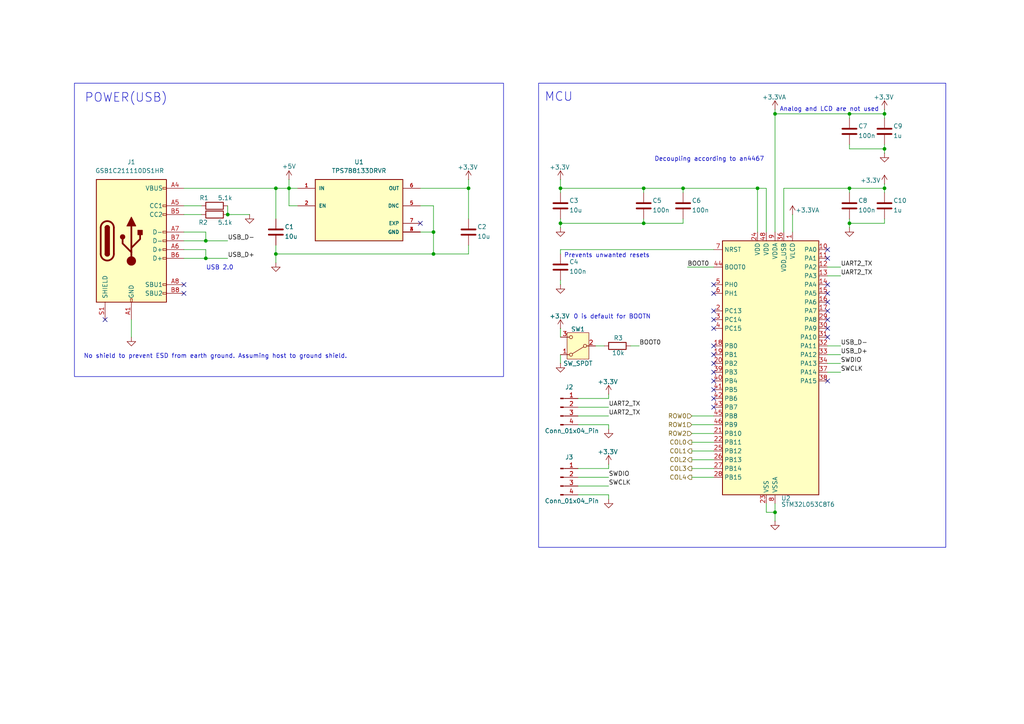
<source format=kicad_sch>
(kicad_sch (version 20231120) (generator "eeschema") (generator_version "8.0")
  (paper "A4")
  (lib_symbols
    (symbol "Connector:Conn_01x04_Pin" (pin_names (offset 1.016) hide)
      (property "Reference" "J" (at 0 5.08 0))
      (property "Value" "Conn_01x04_Pin" (at 0 -7.62 0))
      (symbol "Conn_01x04_Pin_1_1"
        (polyline (pts (xy 1.27 -5.08) (xy 0.8636 -5.08)) (stroke (width 0.1524)))
        (polyline (pts (xy 1.27 -2.54) (xy 0.8636 -2.54)) (stroke (width 0.1524)))
        (polyline (pts (xy 1.27 0) (xy 0.8636 0)) (stroke (width 0.1524)))
        (polyline (pts (xy 1.27 2.54) (xy 0.8636 2.54)) (stroke (width 0.1524)))
        (rectangle (start 0.8636 -4.953) (end 0 -5.207) (stroke (width 0.1524)) (fill (type outline)))
        (rectangle (start 0.8636 -2.413) (end 0 -2.667) (stroke (width 0.1524)) (fill (type outline)))
        (rectangle (start 0.8636 0.127) (end 0 -0.127) (stroke (width 0.1524)) (fill (type outline)))
        (rectangle (start 0.8636 2.667) (end 0 2.413) (stroke (width 0.1524)) (fill (type outline)))
        (pin passive line (at 5.08 2.54 180) (length 3.81) (name "Pin_1") (number "1"))
        (pin passive line (at 5.08 0 180) (length 3.81) (name "Pin_2") (number "2"))
        (pin passive line (at 5.08 -2.54 180) (length 3.81) (name "Pin_3") (number "3"))
        (pin passive line (at 5.08 -5.08 180) (length 3.81) (name "Pin_4") (number "4"))
      )
    )
    (symbol "Connector:USB_C_Receptacle_USB2.0_16P" (pin_names (offset 1.016))
      (property "Reference" "J" (at 0 22.225 0))
      (property "Value" "USB_C_Receptacle_USB2.0_16P" (at 0 19.685 0))
      (symbol "USB_C_Receptacle_USB2.0_16P_0_0"
        (rectangle (start -0.254 -17.78) (end 0.254 -16.764))
        (rectangle (start 10.16 -14.986) (end 9.144 -15.494))
        (rectangle (start 10.16 -12.446) (end 9.144 -12.954))
        (rectangle (start 10.16 -4.826) (end 9.144 -5.334))
        (rectangle (start 10.16 -2.286) (end 9.144 -2.794))
        (rectangle (start 10.16 0.254) (end 9.144 -0.254))
        (rectangle (start 10.16 2.794) (end 9.144 2.286))
        (rectangle (start 10.16 7.874) (end 9.144 7.366))
        (rectangle (start 10.16 10.414) (end 9.144 9.906))
        (rectangle (start 10.16 15.494) (end 9.144 14.986))
      )
      (symbol "USB_C_Receptacle_USB2.0_16P_0_1"
        (rectangle (start -10.16 17.78) (end 10.16 -17.78) (stroke (width 0.254)) (fill (type background)))
        (arc (start -8.89 -3.81) (mid -6.985 -5.7067) (end -5.08 -3.81) (stroke (width 0.508)))
        (arc (start -7.62 -3.81) (mid -6.985 -4.4423) (end -6.35 -3.81) (stroke (width 0.254)))
        (arc (start -7.62 -3.81) (mid -6.985 -4.4423) (end -6.35 -3.81) (stroke (width 0.254)) (fill (type outline)))
        (rectangle (start -7.62 -3.81) (end -6.35 3.81) (stroke (width 0.254)) (fill (type outline)))
        (arc (start -6.35 3.81) (mid -6.985 4.4423) (end -7.62 3.81) (stroke (width 0.254)))
        (arc (start -6.35 3.81) (mid -6.985 4.4423) (end -7.62 3.81) (stroke (width 0.254)) (fill (type outline)))
        (arc (start -5.08 3.81) (mid -6.985 5.7067) (end -8.89 3.81) (stroke (width 0.508)))
        (circle (center -2.54 1.143) (radius 0.635) (stroke (width 0.254)) (fill (type outline)))
        (circle (center 0 -5.842) (radius 1.27) (fill (type outline)))
        (polyline (pts (xy -8.89 -3.81) (xy -8.89 3.81)) (stroke (width 0.508)))
        (polyline (pts (xy -5.08 3.81) (xy -5.08 -3.81)) (stroke (width 0.508)))
        (polyline (pts (xy 0 -5.842) (xy 0 4.318)) (stroke (width 0.508)))
        (polyline (pts (xy 0 -3.302) (xy -2.54 -0.762) (xy -2.54 0.508)) (stroke (width 0.508)))
        (polyline (pts (xy 0 -2.032) (xy 2.54 0.508) (xy 2.54 1.778)) (stroke (width 0.508)))
        (polyline (pts (xy -1.27 4.318) (xy 0 6.858) (xy 1.27 4.318) (xy -1.27 4.318)) (stroke (width 0.254)) (fill (type outline)))
        (rectangle (start 1.905 1.778) (end 3.175 3.048) (stroke (width 0.254)) (fill (type outline)))
      )
      (symbol "USB_C_Receptacle_USB2.0_16P_1_1"
        (pin passive line (at 0 -22.86 90) (length 5.08) (name "GND") (number "A1"))
        (pin passive line (at 0 -22.86 90) (length 5.08) hide (name "GND") (number "A12"))
        (pin passive line (at 15.24 15.24 180) (length 5.08) (name "VBUS") (number "A4"))
        (pin bidirectional line (at 15.24 10.16 180) (length 5.08) (name "CC1") (number "A5"))
        (pin bidirectional line (at 15.24 -2.54 180) (length 5.08) (name "D+") (number "A6"))
        (pin bidirectional line (at 15.24 2.54 180) (length 5.08) (name "D-") (number "A7"))
        (pin bidirectional line (at 15.24 -12.7 180) (length 5.08) (name "SBU1") (number "A8"))
        (pin passive line (at 15.24 15.24 180) (length 5.08) hide (name "VBUS") (number "A9"))
        (pin passive line (at 0 -22.86 90) (length 5.08) hide (name "GND") (number "B1"))
        (pin passive line (at 0 -22.86 90) (length 5.08) hide (name "GND") (number "B12"))
        (pin passive line (at 15.24 15.24 180) (length 5.08) hide (name "VBUS") (number "B4"))
        (pin bidirectional line (at 15.24 7.62 180) (length 5.08) (name "CC2") (number "B5"))
        (pin bidirectional line (at 15.24 -5.08 180) (length 5.08) (name "D+") (number "B6"))
        (pin bidirectional line (at 15.24 0 180) (length 5.08) (name "D-") (number "B7"))
        (pin bidirectional line (at 15.24 -15.24 180) (length 5.08) (name "SBU2") (number "B8"))
        (pin passive line (at 15.24 15.24 180) (length 5.08) hide (name "VBUS") (number "B9"))
        (pin passive line (at -7.62 -22.86 90) (length 5.08) (name "SHIELD") (number "S1"))
      )
    )
    (symbol "Device:C" (pin_numbers hide) (pin_names (offset 0.254))
      (property "Reference" "C" (at 0.635 2.54 0))
      (property "Value" "C" (at 0.635 -2.54 0))
      (symbol "C_0_1"
        (polyline (pts (xy -2.032 -0.762) (xy 2.032 -0.762)) (stroke (width 0.508)))
        (polyline (pts (xy -2.032 0.762) (xy 2.032 0.762)) (stroke (width 0.508)))
      )
      (symbol "C_1_1"
        (pin passive line (at 0 3.81 270) (length 2.794) (name "~") (number "1"))
        (pin passive line (at 0 -3.81 90) (length 2.794) (name "~") (number "2"))
      )
    )
    (symbol "Device:R" (pin_numbers hide) (pin_names (offset 0))
      (property "Reference" "R" (at 2.032 0 90))
      (property "Value" "R" (at 0 0 90))
      (symbol "R_0_1"
        (rectangle (start -1.016 -2.54) (end 1.016 2.54) (stroke (width 0.254)))
      )
      (symbol "R_1_1"
        (pin passive line (at 0 3.81 270) (length 1.27) (name "~") (number "1"))
        (pin passive line (at 0 -3.81 90) (length 1.27) (name "~") (number "2"))
      )
    )
    (symbol "MCU_ST_STM32L0:STM32L053C8Tx"
      (property "Reference" "U" (at -12.7 39.37 0))
      (property "Value" "STM32L053C8Tx" (at 10.16 39.37 0))
      (symbol "STM32L053C8Tx_0_1"
        (rectangle (start -12.7 -35.56) (end 15.24 38.1) (stroke (width 0.254)) (fill (type background)))
      )
      (symbol "STM32L053C8Tx_1_1"
        (pin power_in line (at 7.62 40.64 270) (length 2.54) (name "VLCD") (number "1"))
        (pin bidirectional line (at 17.78 35.56 180) (length 2.54) (name "PA0") (number "10"))
        (pin bidirectional line (at 17.78 33.02 180) (length 2.54) (name "PA1") (number "11"))
        (pin bidirectional line (at 17.78 30.48 180) (length 2.54) (name "PA2") (number "12"))
        (pin bidirectional line (at 17.78 27.94 180) (length 2.54) (name "PA3") (number "13"))
        (pin bidirectional line (at 17.78 25.4 180) (length 2.54) (name "PA4") (number "14"))
        (pin bidirectional line (at 17.78 22.86 180) (length 2.54) (name "PA5") (number "15"))
        (pin bidirectional line (at 17.78 20.32 180) (length 2.54) (name "PA6") (number "16"))
        (pin bidirectional line (at 17.78 17.78 180) (length 2.54) (name "PA7") (number "17"))
        (pin bidirectional line (at -15.24 7.62 0) (length 2.54) (name "PB0") (number "18"))
        (pin bidirectional line (at -15.24 5.08 0) (length 2.54) (name "PB1") (number "19"))
        (pin bidirectional line (at -15.24 17.78 0) (length 2.54) (name "PC13") (number "2"))
        (pin bidirectional line (at -15.24 2.54 0) (length 2.54) (name "PB2") (number "20"))
        (pin bidirectional line (at -15.24 -17.78 0) (length 2.54) (name "PB10") (number "21"))
        (pin bidirectional line (at -15.24 -20.32 0) (length 2.54) (name "PB11") (number "22"))
        (pin power_in line (at 0 -38.1 90) (length 2.54) (name "VSS") (number "23"))
        (pin power_in line (at -2.54 40.64 270) (length 2.54) (name "VDD") (number "24"))
        (pin bidirectional line (at -15.24 -22.86 0) (length 2.54) (name "PB12") (number "25"))
        (pin bidirectional line (at -15.24 -25.4 0) (length 2.54) (name "PB13") (number "26"))
        (pin bidirectional line (at -15.24 -27.94 0) (length 2.54) (name "PB14") (number "27"))
        (pin bidirectional line (at -15.24 -30.48 0) (length 2.54) (name "PB15") (number "28"))
        (pin bidirectional line (at 17.78 15.24 180) (length 2.54) (name "PA8") (number "29"))
        (pin bidirectional line (at -15.24 15.24 0) (length 2.54) (name "PC14") (number "3"))
        (pin bidirectional line (at 17.78 12.7 180) (length 2.54) (name "PA9") (number "30"))
        (pin bidirectional line (at 17.78 10.16 180) (length 2.54) (name "PA10") (number "31"))
        (pin bidirectional line (at 17.78 7.62 180) (length 2.54) (name "PA11") (number "32"))
        (pin bidirectional line (at 17.78 5.08 180) (length 2.54) (name "PA12") (number "33"))
        (pin bidirectional line (at 17.78 2.54 180) (length 2.54) (name "PA13") (number "34"))
        (pin passive line (at 0 -38.1 90) (length 2.54) hide (name "VSS") (number "35"))
        (pin power_in line (at 5.08 40.64 270) (length 2.54) (name "VDD_USB") (number "36"))
        (pin bidirectional line (at 17.78 0 180) (length 2.54) (name "PA14") (number "37"))
        (pin bidirectional line (at 17.78 -2.54 180) (length 2.54) (name "PA15") (number "38"))
        (pin bidirectional line (at -15.24 0 0) (length 2.54) (name "PB3") (number "39"))
        (pin bidirectional line (at -15.24 12.7 0) (length 2.54) (name "PC15") (number "4"))
        (pin bidirectional line (at -15.24 -2.54 0) (length 2.54) (name "PB4") (number "40"))
        (pin bidirectional line (at -15.24 -5.08 0) (length 2.54) (name "PB5") (number "41"))
        (pin bidirectional line (at -15.24 -7.62 0) (length 2.54) (name "PB6") (number "42"))
        (pin bidirectional line (at -15.24 -10.16 0) (length 2.54) (name "PB7") (number "43"))
        (pin input line (at -15.24 30.48 0) (length 2.54) (name "BOOT0") (number "44"))
        (pin bidirectional line (at -15.24 -12.7 0) (length 2.54) (name "PB8") (number "45"))
        (pin bidirectional line (at -15.24 -15.24 0) (length 2.54) (name "PB9") (number "46"))
        (pin passive line (at 0 -38.1 90) (length 2.54) hide (name "VSS") (number "47"))
        (pin power_in line (at 0 40.64 270) (length 2.54) (name "VDD") (number "48"))
        (pin bidirectional line (at -15.24 25.4 0) (length 2.54) (name "PH0") (number "5"))
        (pin bidirectional line (at -15.24 22.86 0) (length 2.54) (name "PH1") (number "6"))
        (pin input line (at -15.24 35.56 0) (length 2.54) (name "NRST") (number "7"))
        (pin power_in line (at 2.54 -38.1 90) (length 2.54) (name "VSSA") (number "8"))
        (pin power_in line (at 2.54 40.64 270) (length 2.54) (name "VDDA") (number "9"))
      )
    )
    (symbol "Switch:SW_SPDT" (pin_names (offset 0) hide)
      (property "Reference" "SW" (at 0 5.08 0))
      (property "Value" "SW_SPDT" (at 0 -5.08 0))
      (symbol "SW_SPDT_0_1"
        (circle (center -2.032 0) (radius 0.4572))
        (polyline (pts (xy -1.651 0.254) (xy 1.651 2.286)))
        (circle (center 2.032 -2.54) (radius 0.4572))
        (circle (center 2.032 2.54) (radius 0.4572))
      )
      (symbol "SW_SPDT_1_1"
        (rectangle (start -3.175 3.81) (end 3.175 -3.81) (fill (type background)))
        (pin passive line (at 5.08 2.54 180) (length 2.54) (name "A") (number "1"))
        (pin passive line (at -5.08 0 0) (length 2.54) (name "B") (number "2"))
        (pin passive line (at 5.08 -2.54 180) (length 2.54) (name "C") (number "3"))
      )
    )
    (symbol "TPS7B8133DRVR:TPS7B8133DRVR" (pin_names (offset 1.016))
      (property "Reference" "U" (at -12.7 8.62 0))
      (property "Value" "TPS7B8133DRVR" (at -12.7 -12.7 0))
      (symbol "TPS7B8133DRVR_0_0"
        (rectangle (start -12.7 -10.16) (end 12.7 7.62) (stroke (width 0.254)) (fill (type background)))
        (pin input line (at -17.78 5.08 0) (length 5.08) (name "IN") (number "1"))
        (pin input line (at -17.78 0 0) (length 5.08) (name "EN") (number "2"))
        (pin power_in line (at 17.78 -7.62 180) (length 5.08) (name "GND") (number "3"))
        (pin power_in line (at 17.78 -7.62 180) (length 5.08) (name "GND") (number "4"))
        (pin passive line (at 17.78 0 180) (length 5.08) (name "DNC") (number "5"))
        (pin output line (at 17.78 5.08 180) (length 5.08) (name "OUT") (number "6"))
        (pin power_in line (at 17.78 -5.08 180) (length 5.08) (name "EXP") (number "7"))
      )
    )
    (symbol "power:+3.3V" (power) (pin_numbers hide) (pin_names (offset 0) hide)
      (property "Value" "+3.3V" (at 0 3.556 0))
      (symbol "+3.3V_0_1"
        (polyline (pts (xy -0.762 1.27) (xy 0 2.54)))
        (polyline (pts (xy 0 0) (xy 0 2.54)))
        (polyline (pts (xy 0 2.54) (xy 0.762 1.27)))
      )
      (symbol "+3.3V_1_1"
        (pin power_in line (at 0 0 90) (length 0) (name "~") (number "1"))
      )
    )
    (symbol "power:+3.3VA" (power) (pin_numbers hide) (pin_names (offset 0) hide)
      (property "Value" "+3.3VA" (at 0 3.556 0))
      (symbol "+3.3VA_0_1"
        (polyline (pts (xy -0.762 1.27) (xy 0 2.54)))
        (polyline (pts (xy 0 0) (xy 0 2.54)))
        (polyline (pts (xy 0 2.54) (xy 0.762 1.27)))
      )
      (symbol "+3.3VA_1_1"
        (pin power_in line (at 0 0 90) (length 0) (name "~") (number "1"))
      )
    )
    (symbol "power:+5V" (power) (pin_numbers hide) (pin_names (offset 0) hide)
      (property "Value" "+5V" (at 0 3.556 0))
      (symbol "+5V_0_1"
        (polyline (pts (xy -0.762 1.27) (xy 0 2.54)))
        (polyline (pts (xy 0 0) (xy 0 2.54)))
        (polyline (pts (xy 0 2.54) (xy 0.762 1.27)))
      )
      (symbol "+5V_1_1"
        (pin power_in line (at 0 0 90) (length 0) (name "~") (number "1"))
      )
    )
    (symbol "power:GND" (power) (pin_numbers hide) (pin_names (offset 0) hide)
      (property "Value" "GND" (at 0 -3.81 0))
      (symbol "GND_0_1"
        (polyline (pts (xy 0 0) (xy 0 -1.27) (xy 1.27 -1.27) (xy 0 -2.54) (xy -1.27 -1.27) (xy 0 -1.27)))
      )
      (symbol "GND_1_1"
        (pin power_in line (at 0 0 270) (length 0) (name "~") (number "1"))
      )
    )
  )
  (junction (at 162.56 64.77))
  (junction (at 256.54 54.61))
  (junction (at 59.69 74.93))
  (junction (at 256.54 43.18))
  (junction (at 246.38 64.77))
  (junction (at 186.69 64.77))
  (junction (at 224.79 148.59))
  (junction (at 125.73 73.66))
  (junction (at 246.38 33.02))
  (junction (at 135.89 54.61))
  (junction (at 80.01 73.66))
  (junction (at 256.54 33.02))
  (junction (at 80.01 54.61))
  (junction (at 125.73 67.31))
  (junction (at 66.04 62.23))
  (junction (at 162.56 54.61))
  (junction (at 186.69 54.61))
  (junction (at 59.69 69.85))
  (junction (at 224.79 33.02))
  (junction (at 83.82 54.61))
  (junction (at 219.71 54.61))
  (junction (at 198.12 54.61))
  (junction (at 246.38 54.61))
  (no_connect (at 207.01 105.41))
  (no_connect (at 207.01 102.87))
  (no_connect (at 207.01 110.49))
  (no_connect (at 240.03 97.79))
  (no_connect (at 240.03 95.25))
  (no_connect (at 207.01 82.55))
  (no_connect (at 30.48 92.71))
  (no_connect (at 240.03 92.71))
  (no_connect (at 240.03 74.93))
  (no_connect (at 207.01 100.33))
  (no_connect (at 207.01 113.03))
  (no_connect (at 53.34 85.09))
  (no_connect (at 121.92 64.77))
  (no_connect (at 207.01 95.25))
  (no_connect (at 240.03 90.17))
  (no_connect (at 240.03 110.49))
  (no_connect (at 207.01 90.17))
  (no_connect (at 207.01 107.95))
  (no_connect (at 240.03 82.55))
  (no_connect (at 53.34 82.55))
  (no_connect (at 207.01 115.57))
  (no_connect (at 207.01 85.09))
  (no_connect (at 207.01 92.71))
  (no_connect (at 240.03 72.39))
  (no_connect (at 240.03 85.09))
  (no_connect (at 207.01 118.11))
  (no_connect (at 240.03 87.63))
  (wire (pts (xy 162.56 95.25) (xy 162.56 97.79)))
  (wire (pts (xy 167.64 120.65) (xy 176.53 120.65)))
  (wire (pts (xy 80.01 73.66) (xy 125.73 73.66)))
  (wire (pts (xy 200.66 120.65) (xy 207.01 120.65)))
  (wire (pts (xy 53.34 59.69) (xy 58.42 59.69)))
  (wire (pts (xy 256.54 53.34) (xy 256.54 54.61)))
  (wire (pts (xy 240.03 102.87) (xy 243.84 102.87)))
  (wire (pts (xy 222.25 146.05) (xy 222.25 148.59)))
  (wire (pts (xy 227.33 67.31) (xy 227.33 54.61)))
  (wire (pts (xy 59.69 74.93) (xy 66.04 74.93)))
  (wire (pts (xy 80.01 54.61) (xy 80.01 63.5)))
  (wire (pts (xy 176.53 134.62) (xy 176.53 135.89)))
  (wire (pts (xy 59.69 67.31) (xy 59.69 69.85)))
  (wire (pts (xy 224.79 33.02) (xy 224.79 67.31)))
  (wire (pts (xy 229.87 62.23) (xy 229.87 67.31)))
  (wire (pts (xy 80.01 71.12) (xy 80.01 73.66)))
  (wire (pts (xy 162.56 72.39) (xy 162.56 73.66)))
  (wire (pts (xy 186.69 54.61) (xy 186.69 55.88)))
  (wire (pts (xy 256.54 33.02) (xy 256.54 34.29)))
  (wire (pts (xy 256.54 31.75) (xy 256.54 33.02)))
  (wire (pts (xy 200.66 130.81) (xy 207.01 130.81)))
  (wire (pts (xy 246.38 64.77) (xy 246.38 63.5)))
  (wire (pts (xy 198.12 64.77) (xy 198.12 63.5)))
  (wire (pts (xy 246.38 64.77) (xy 246.38 66.04)))
  (wire (pts (xy 86.36 59.69) (xy 83.82 59.69)))
  (wire (pts (xy 83.82 59.69) (xy 83.82 54.61)))
  (wire (pts (xy 162.56 81.28) (xy 162.56 82.55)))
  (wire (pts (xy 125.73 73.66) (xy 135.89 73.66)))
  (wire (pts (xy 172.72 100.33) (xy 175.26 100.33)))
  (wire (pts (xy 125.73 67.31) (xy 121.92 67.31)))
  (wire (pts (xy 121.92 54.61) (xy 135.89 54.61)))
  (wire (pts (xy 256.54 54.61) (xy 256.54 55.88)))
  (wire (pts (xy 167.64 138.43) (xy 176.53 138.43)))
  (wire (pts (xy 200.66 123.19) (xy 207.01 123.19)))
  (wire (pts (xy 200.66 133.35) (xy 207.01 133.35)))
  (wire (pts (xy 198.12 54.61) (xy 198.12 55.88)))
  (wire (pts (xy 199.39 77.47) (xy 207.01 77.47)))
  (wire (pts (xy 176.53 143.51) (xy 176.53 144.78)))
  (wire (pts (xy 162.56 64.77) (xy 186.69 64.77)))
  (wire (pts (xy 176.53 123.19) (xy 176.53 124.46)))
  (wire (pts (xy 224.79 33.02) (xy 246.38 33.02)))
  (wire (pts (xy 256.54 43.18) (xy 256.54 44.45)))
  (wire (pts (xy 240.03 105.41) (xy 243.84 105.41)))
  (wire (pts (xy 53.34 54.61) (xy 80.01 54.61)))
  (wire (pts (xy 162.56 63.5) (xy 162.56 64.77)))
  (wire (pts (xy 167.64 143.51) (xy 176.53 143.51)))
  (wire (pts (xy 83.82 52.07) (xy 83.82 54.61)))
  (wire (pts (xy 222.25 54.61) (xy 219.71 54.61)))
  (wire (pts (xy 59.69 72.39) (xy 59.69 74.93)))
  (wire (pts (xy 200.66 125.73) (xy 207.01 125.73)))
  (wire (pts (xy 162.56 54.61) (xy 186.69 54.61)))
  (wire (pts (xy 200.66 135.89) (xy 207.01 135.89)))
  (wire (pts (xy 80.01 73.66) (xy 80.01 76.2)))
  (wire (pts (xy 200.66 128.27) (xy 207.01 128.27)))
  (wire (pts (xy 224.79 146.05) (xy 224.79 148.59)))
  (wire (pts (xy 186.69 64.77) (xy 186.69 63.5)))
  (wire (pts (xy 222.25 54.61) (xy 222.25 67.31)))
  (wire (pts (xy 224.79 31.75) (xy 224.79 33.02)))
  (wire (pts (xy 53.34 62.23) (xy 58.42 62.23)))
  (wire (pts (xy 198.12 54.61) (xy 219.71 54.61)))
  (wire (pts (xy 125.73 59.69) (xy 125.73 67.31)))
  (wire (pts (xy 246.38 54.61) (xy 246.38 55.88)))
  (wire (pts (xy 256.54 43.18) (xy 256.54 41.91)))
  (wire (pts (xy 186.69 54.61) (xy 198.12 54.61)))
  (wire (pts (xy 224.79 148.59) (xy 224.79 151.13)))
  (wire (pts (xy 83.82 54.61) (xy 86.36 54.61)))
  (wire (pts (xy 176.53 135.89) (xy 167.64 135.89)))
  (wire (pts (xy 53.34 67.31) (xy 59.69 67.31)))
  (wire (pts (xy 66.04 59.69) (xy 66.04 62.23)))
  (wire (pts (xy 135.89 52.07) (xy 135.89 54.61)))
  (wire (pts (xy 222.25 148.59) (xy 224.79 148.59)))
  (wire (pts (xy 182.88 100.33) (xy 185.42 100.33)))
  (wire (pts (xy 167.64 118.11) (xy 176.53 118.11)))
  (wire (pts (xy 59.69 69.85) (xy 66.04 69.85)))
  (wire (pts (xy 240.03 100.33) (xy 243.84 100.33)))
  (wire (pts (xy 135.89 73.66) (xy 135.89 71.12)))
  (wire (pts (xy 246.38 43.18) (xy 256.54 43.18)))
  (wire (pts (xy 246.38 33.02) (xy 246.38 34.29)))
  (wire (pts (xy 256.54 63.5) (xy 256.54 64.77)))
  (wire (pts (xy 176.53 114.3) (xy 176.53 115.57)))
  (wire (pts (xy 53.34 69.85) (xy 59.69 69.85)))
  (wire (pts (xy 167.64 123.19) (xy 176.53 123.19)))
  (wire (pts (xy 240.03 107.95) (xy 243.84 107.95)))
  (wire (pts (xy 162.56 102.87) (xy 162.56 105.41)))
  (wire (pts (xy 59.69 74.93) (xy 53.34 74.93)))
  (wire (pts (xy 186.69 64.77) (xy 198.12 64.77)))
  (wire (pts (xy 176.53 115.57) (xy 167.64 115.57)))
  (wire (pts (xy 80.01 54.61) (xy 83.82 54.61)))
  (wire (pts (xy 66.04 62.23) (xy 72.39 62.23)))
  (wire (pts (xy 162.56 55.88) (xy 162.56 54.61)))
  (wire (pts (xy 227.33 54.61) (xy 246.38 54.61)))
  (wire (pts (xy 240.03 77.47) (xy 243.84 77.47)))
  (wire (pts (xy 256.54 64.77) (xy 246.38 64.77)))
  (wire (pts (xy 125.73 59.69) (xy 121.92 59.69)))
  (wire (pts (xy 162.56 52.07) (xy 162.56 54.61)))
  (wire (pts (xy 38.1 92.71) (xy 38.1 97.79)))
  (wire (pts (xy 246.38 54.61) (xy 256.54 54.61)))
  (wire (pts (xy 240.03 80.01) (xy 243.84 80.01)))
  (wire (pts (xy 200.66 138.43) (xy 207.01 138.43)))
  (wire (pts (xy 246.38 33.02) (xy 256.54 33.02)))
  (wire (pts (xy 219.71 54.61) (xy 219.71 67.31)))
  (wire (pts (xy 125.73 67.31) (xy 125.73 73.66)))
  (wire (pts (xy 167.64 140.97) (xy 176.53 140.97)))
  (wire (pts (xy 162.56 64.77) (xy 162.56 66.04)))
  (wire (pts (xy 162.56 72.39) (xy 207.01 72.39)))
  (wire (pts (xy 135.89 63.5) (xy 135.89 54.61)))
  (wire (pts (xy 246.38 41.91) (xy 246.38 43.18)))
  (wire (pts (xy 53.34 72.39) (xy 59.69 72.39)))
  (rectangle (start 156.21 24.13) (end 274.32 158.75))
  (rectangle (start 21.59 24.13) (end 146.05 109.22))
  (text "Decoupling according to an4467" (at 205.74 46.228 0) (effects (font (size 1.27 1.27))))
  (text "Analog and LCD are not used" (at 240.538 31.75 0) (effects (font (size 1.27 1.27))))
  (text "Prevents unwanted resets" (at 176.022 74.168 0) (effects (font (size 1.27 1.27))))
  (text "No shield to prevent ESD from earth ground. Assuming host to ground shield." (at 62.484 103.378 0) (effects (font (size 1.27 1.27))))
  (text "0 is default for BOOTN" (at 177.546 91.948 0) (effects (font (size 1.27 1.27))))
  (text "POWER(USB)" (at 36.576 28.448 0) (effects (font (size 2.54 2.54))))
  (text "MCU" (at 162.052 28.194 0) (effects (font (size 2.54 2.54))))
  (text "USB 2.0" (at 63.754 77.724 0) (effects (font (size 1.27 1.27))))
  (label "USB_D+" (at 243.84 102.87 0))
  (label "UART2_TX" (at 243.84 80.01 0))
  (label "BOOT0" (at 199.39 77.47 0))
  (label "USB_D-" (at 66.04 69.85 0))
  (label "UART2_TX" (at 176.53 120.65 0))
  (label "SWCLK" (at 176.53 140.97 0))
  (label "UART2_TX" (at 243.84 77.47 0))
  (label "SWCLK" (at 243.84 107.95 0))
  (label "SWDIO" (at 243.84 105.41 0))
  (label "BOOT0" (at 185.42 100.33 0))
  (label "UART2_TX" (at 176.53 118.11 0))
  (label "SWDIO" (at 176.53 138.43 0))
  (label "USB_D-" (at 243.84 100.33 0))
  (label "USB_D+" (at 66.04 74.93 0))
  (hierarchical_label "COL0" (shape output) (at 200.66 128.27 180))
  (hierarchical_label "COL2" (shape output) (at 200.66 133.35 180))
  (hierarchical_label "COL3" (shape output) (at 200.66 135.89 180))
  (hierarchical_label "ROW1" (shape input) (at 200.66 123.19 180))
  (hierarchical_label "COL1" (shape output) (at 200.66 130.81 180))
  (hierarchical_label "ROW0" (shape input) (at 200.66 120.65 180))
  (hierarchical_label "COL4" (shape output) (at 200.66 138.43 180))
  (hierarchical_label "ROW2" (shape input) (at 200.66 125.73 180))
  (symbol (lib_id "power:GND") (at 176.53 144.78 0) (unit 1)
    (property "Reference" "#PWR018" (effects (hide yes)))
    (property "Value" "GND" (effects (hide yes)))
    (property "Description" "Power symbol creates a global label with name \"GND\" , ground" (effects (hide yes)))
  )
  (symbol (lib_id "power:GND") (at 162.56 66.04 0) (unit 1)
    (property "Reference" "#PWR07" (effects (hide yes)))
    (property "Value" "GND" (effects (hide yes)))
    (property "Description" "Power symbol creates a global label with name \"GND\" , ground" (effects (hide yes)))
  )
  (symbol (lib_id "Device:R") (at 179.07 100.33 90) (unit 1)
    (property "Reference" "R3" (at 179.324 98.044 90))
    (property "Value" "10k" (at 179.324 102.362 90))
    (property "Description" "Resistor" (effects (hide yes)))
  )
  (symbol (lib_id "Device:C") (at 80.01 67.31 0) (unit 1)
    (property "Reference" "C1" (at 82.55 65.786 0) (effects (justify left)))
    (property "Value" "10u" (at 82.55 68.58 0) (effects (justify left)))
    (property "Description" "Unpolarized capacitor" (effects (hide yes)))
  )
  (symbol (lib_id "power:+3.3V") (at 162.56 52.07 0) (unit 1)
    (property "Reference" "#PWR06" (effects (hide yes)))
    (property "Value" "+3.3V" (at 162.306 48.514 0))
    (property "Description" "Power symbol creates a global label with name \"+3.3V\"" (effects (hide yes)))
  )
  (symbol (lib_id "Device:C") (at 186.69 59.69 0) (unit 1)
    (property "Reference" "C5" (at 189.23 58.166 0) (effects (justify left)))
    (property "Value" "100n" (at 189.23 60.96 0) (effects (justify left)))
    (property "Description" "Unpolarized capacitor" (effects (hide yes)))
  )
  (symbol (lib_id "power:GND") (at 162.56 82.55 0) (unit 1)
    (property "Reference" "#PWR08" (effects (hide yes)))
    (property "Value" "GND" (effects (hide yes)))
    (property "Description" "Power symbol creates a global label with name \"GND\" , ground" (effects (hide yes)))
  )
  (symbol (lib_id "Device:C") (at 246.38 59.69 0) (unit 1)
    (property "Reference" "C8" (at 248.92 58.166 0) (effects (justify left)))
    (property "Value" "100n" (at 248.92 60.96 0) (effects (justify left)))
    (property "Description" "Unpolarized capacitor" (effects (hide yes)))
  )
  (symbol (lib_id "power:GND") (at 38.1 97.79 0) (unit 1)
    (property "Reference" "#PWR01" (effects (hide yes)))
    (property "Value" "GND" (effects (hide yes)))
    (property "Description" "Power symbol creates a global label with name \"GND\" , ground" (effects (hide yes)))
  )
  (symbol (lib_id "Connector:Conn_01x04_Pin") (at 162.56 138.43 0) (unit 1)
    (property "Reference" "J3" (at 165.1 132.588 0))
    (property "Value" "Conn_01x04_Pin" (at 165.862 145.288 0))
    (property "Description" "Generic connector, single row, 01x04, script generated" (effects (hide yes)))
  )
  (symbol (lib_id "Device:C") (at 246.38 38.1 0) (unit 1)
    (property "Reference" "C7" (at 248.92 36.576 0) (effects (justify left)))
    (property "Value" "100n" (at 248.92 39.37 0) (effects (justify left)))
    (property "Description" "Unpolarized capacitor" (effects (hide yes)))
  )
  (symbol (lib_id "power:GND") (at 162.56 105.41 0) (unit 1)
    (property "Reference" "#PWR010" (effects (hide yes)))
    (property "Value" "GND" (effects (hide yes)))
    (property "Description" "Power symbol creates a global label with name \"GND\" , ground" (effects (hide yes)))
  )
  (symbol (lib_id "power:+3.3V") (at 176.53 114.3 0) (unit 1)
    (property "Reference" "#PWR020" (effects (hide yes)))
    (property "Value" "+3.3V" (at 176.276 110.744 0))
    (property "Description" "Power symbol creates a global label with name \"+3.3V\"" (effects (hide yes)))
  )
  (symbol (lib_id "power:+3.3V") (at 256.54 53.34 0) (unit 1)
    (property "Reference" "#PWR017" (effects (hide yes)))
    (property "Value" "+3.3V" (at 252.476 52.324 0))
    (property "Description" "Power symbol creates a global label with name \"+3.3V\"" (effects (hide yes)))
  )
  (symbol (lib_id "Device:C") (at 162.56 59.69 0) (unit 1)
    (property "Reference" "C3" (at 165.1 58.166 0) (effects (justify left)))
    (property "Value" "10u" (at 165.1 60.96 0) (effects (justify left)))
    (property "Description" "Unpolarized capacitor" (effects (hide yes)))
  )
  (symbol (lib_id "power:GND") (at 246.38 66.04 0) (unit 1)
    (property "Reference" "#PWR014" (effects (hide yes)))
    (property "Value" "GND" (effects (hide yes)))
    (property "Description" "Power symbol creates a global label with name \"GND\" , ground" (effects (hide yes)))
  )
  (symbol (lib_id "Device:R") (at 62.23 59.69 90) (unit 1)
    (property "Reference" "R1" (at 59.182 57.404 90))
    (property "Value" "5.1k" (at 65.278 57.404 90))
    (property "Description" "Resistor" (effects (hide yes)))
  )
  (symbol (lib_id "Device:R") (at 62.23 62.23 90) (unit 1)
    (property "Reference" "R2" (at 58.928 64.516 90))
    (property "Value" "5.1k" (at 65.278 64.516 90))
    (property "Description" "Resistor" (effects (hide yes)))
  )
  (symbol (lib_id "Device:C") (at 162.56 77.47 0) (unit 1)
    (property "Reference" "C4" (at 165.1 75.946 0) (effects (justify left)))
    (property "Value" "100n" (at 165.1 78.74 0) (effects (justify left)))
    (property "Description" "Unpolarized capacitor" (effects (hide yes)))
  )
  (symbol (lib_id "power:GND") (at 224.79 151.13 0) (unit 1)
    (property "Reference" "#PWR012" (effects (hide yes)))
    (property "Value" "GND" (effects (hide yes)))
    (property "Description" "Power symbol creates a global label with name \"GND\" , ground" (effects (hide yes)))
  )
  (symbol (lib_id "TPS7B8133DRVR:TPS7B8133DRVR") (at 104.14 59.69 0) (unit 1)
    (property "Reference" "U1" (at 104.14 46.99 0))
    (property "Value" "TPS7B8133DRVR" (at 104.14 49.53 0))
    (property "Footprint" "TPS7B8133DRVR:SON65P200X200X80-7N" (effects (hide yes)))
    (property "MF" "Texas Instruments" (effects (hide yes)))
    (property "MAXIMUM_PACKAGE_HEIGHT" "0.8 mm" (effects (hide yes)))
    (property "Package" "WSON-6 Texas Instruments" (effects (hide yes)))
    (property "Price" "None" (effects (hide yes)))
    (property "Check_prices" "https://www.snapeda.com/parts/TPS7B8133DRVR/Texas+Instruments/view-part/?ref=eda" (effects (hide yes)))
    (property "STANDARD" "IPC 7351B" (effects (hide yes)))
    (property "PARTREV" "April 2020" (effects (hide yes)))
    (property "SnapEDA_Link" "https://www.snapeda.com/parts/TPS7B8133DRVR/Texas+Instruments/view-part/?ref=snap" (effects (hide yes)))
    (property "MP" "TPS7B8133DRVR" (effects (hide yes)))
    (property "Description_1" "\n150-mA, off-battery (40-V), ultra-low-IQ, low-dropout (LDO) voltage regulator with enable\n" (effects (hide yes)))
    (property "Availability" "In Stock" (effects (hide yes)))
    (property "MANUFACTURER" "Texas Instruments" (effects (hide yes)))
  )
  (symbol (lib_id "power:+3.3V") (at 135.89 52.07 0) (unit 1)
    (property "Reference" "#PWR05" (effects (hide yes)))
    (property "Value" "+3.3V" (at 135.636 48.514 0))
    (property "Description" "Power symbol creates a global label with name \"+3.3V\"" (effects (hide yes)))
  )
  (symbol (lib_id "Device:C") (at 135.89 67.31 0) (unit 1)
    (property "Reference" "C2" (at 138.43 65.786 0) (effects (justify left)))
    (property "Value" "10u" (at 138.43 68.58 0) (effects (justify left)))
    (property "Description" "Unpolarized capacitor" (effects (hide yes)))
  )
  (symbol (lib_id "power:+3.3V") (at 256.54 31.75 0) (unit 1)
    (property "Reference" "#PWR015" (effects (hide yes)))
    (property "Value" "+3.3V" (at 256.286 28.194 0))
    (property "Description" "Power symbol creates a global label with name \"+3.3V\"" (effects (hide yes)))
  )
  (symbol (lib_id "power:GND") (at 80.01 76.2 0) (unit 1)
    (property "Reference" "#PWR03" (effects (hide yes)))
    (property "Value" "GND" (effects (hide yes)))
    (property "Description" "Power symbol creates a global label with name \"GND\" , ground" (effects (hide yes)))
  )
  (symbol (lib_id "Switch:SW_SPDT") (at 167.64 100.33 180) (unit 1)
    (property "Reference" "SW1" (at 167.64 95.504 0))
    (property "Value" "SW_SPDT" (at 167.64 105.41 0))
    (property "Description" "Switch, single pole double throw" (effects (hide yes)))
  )
  (symbol (lib_id "power:+3.3VA") (at 224.79 31.75 0) (unit 1)
    (property "Reference" "#PWR011" (effects (hide yes)))
    (property "Value" "+3.3VA" (at 224.536 28.194 0))
    (property "Description" "Power symbol creates a global label with name \"+3.3VA\"" (effects (hide yes)))
  )
  (symbol (lib_id "Device:C") (at 198.12 59.69 0) (unit 1)
    (property "Reference" "C6" (at 200.66 58.166 0) (effects (justify left)))
    (property "Value" "100n" (at 200.66 60.96 0) (effects (justify left)))
    (property "Description" "Unpolarized capacitor" (effects (hide yes)))
  )
  (symbol (lib_id "power:+3.3V") (at 176.53 134.62 0) (unit 1)
    (property "Reference" "#PWR019" (effects (hide yes)))
    (property "Value" "+3.3V" (at 176.276 131.064 0))
    (property "Description" "Power symbol creates a global label with name \"+3.3V\"" (effects (hide yes)))
  )
  (symbol (lib_id "Device:C") (at 256.54 38.1 0) (unit 1)
    (property "Reference" "C9" (at 259.08 36.576 0) (effects (justify left)))
    (property "Value" "1u" (at 259.08 39.37 0) (effects (justify left)))
    (property "Description" "Unpolarized capacitor" (effects (hide yes)))
  )
  (symbol (lib_id "power:+3.3V") (at 162.56 95.25 0) (unit 1)
    (property "Reference" "#PWR09" (effects (hide yes)))
    (property "Value" "+3.3V" (at 162.306 91.694 0))
    (property "Description" "Power symbol creates a global label with name \"+3.3V\"" (effects (hide yes)))
  )
  (symbol (lib_id "Device:C") (at 256.54 59.69 0) (unit 1)
    (property "Reference" "C10" (at 259.08 58.166 0) (effects (justify left)))
    (property "Value" "1u" (at 259.08 60.96 0) (effects (justify left)))
    (property "Description" "Unpolarized capacitor" (effects (hide yes)))
  )
  (symbol (lib_id "Connector:Conn_01x04_Pin") (at 162.56 118.11 0) (unit 1)
    (property "Reference" "J2" (at 165.1 112.268 0))
    (property "Value" "Conn_01x04_Pin" (at 165.862 124.968 0))
    (property "Description" "Generic connector, single row, 01x04, script generated" (effects (hide yes)))
  )
  (symbol (lib_id "power:GND") (at 176.53 124.46 0) (unit 1)
    (property "Reference" "#PWR021" (effects (hide yes)))
    (property "Value" "GND" (effects (hide yes)))
    (property "Description" "Power symbol creates a global label with name \"GND\" , ground" (effects (hide yes)))
  )
  (symbol (lib_id "MCU_ST_STM32L0:STM32L053C8Tx") (at 222.25 107.95 0) (unit 1)
    (property "Reference" "U2" (at 226.568 144.526 0) (effects (justify left)))
    (property "Value" "STM32L053C8T6" (at 226.568 146.304 0) (effects (justify left)))
    (property "Footprint" "Package_QFP:LQFP-48_7x7mm_P0.5mm" (effects (hide yes)))
    (property "Datasheet" "https://www.st.com/resource/en/datasheet/stm32l053c8.pdf" (effects (hide yes)))
    (property "Description" "STMicroelectronics Arm Cortex-M0+ MCU, 64KB flash, 8KB RAM, 32 MHz, 1.65-3.6V, 37 GPIO, LQFP48" (effects (hide yes)))
  )
  (symbol (lib_id "power:GND") (at 256.54 44.45 0) (unit 1)
    (property "Reference" "#PWR016" (effects (hide yes)))
    (property "Value" "GND" (effects (hide yes)))
    (property "Description" "Power symbol creates a global label with name \"GND\" , ground" (effects (hide yes)))
  )
  (symbol (lib_id "power:+3.3VA") (at 229.87 62.23 0) (unit 1)
    (property "Reference" "#PWR013" (effects (hide yes)))
    (property "Value" "+3.3VA" (at 234.188 60.96 0))
    (property "Description" "Power symbol creates a global label with name \"+3.3VA\"" (effects (hide yes)))
  )
  (symbol (lib_id "power:+5V") (at 83.82 52.07 0) (unit 1)
    (property "Reference" "#PWR04" (effects (hide yes)))
    (property "Value" "+5V" (at 83.82 48.26 0))
    (property "Description" "Power symbol creates a global label with name \"+5V\"" (effects (hide yes)))
  )
  (symbol (lib_id "power:GND") (at 72.39 62.23 0) (unit 1)
    (property "Reference" "#PWR02" (effects (hide yes)))
    (property "Value" "GND" (effects (hide yes)))
    (property "Description" "Power symbol creates a global label with name \"GND\" , ground" (effects (hide yes)))
  )
  (symbol (lib_id "Connector:USB_C_Receptacle_USB2.0_16P") (at 38.1 69.85 0) (unit 1)
    (property "Reference" "J1" (at 38.1 46.99 0))
    (property "Value" "GSB1C211110DS1HR " (at 38.1 49.53 0))
    (property "Datasheet" "https://www.usb.org/sites/default/files/documents/usb_type-c.zip" (effects (hide yes)))
    (property "Description" "USB 2.0-only 16P Type-C Receptacle connector" (effects (hide yes)))
  )
)
</source>
